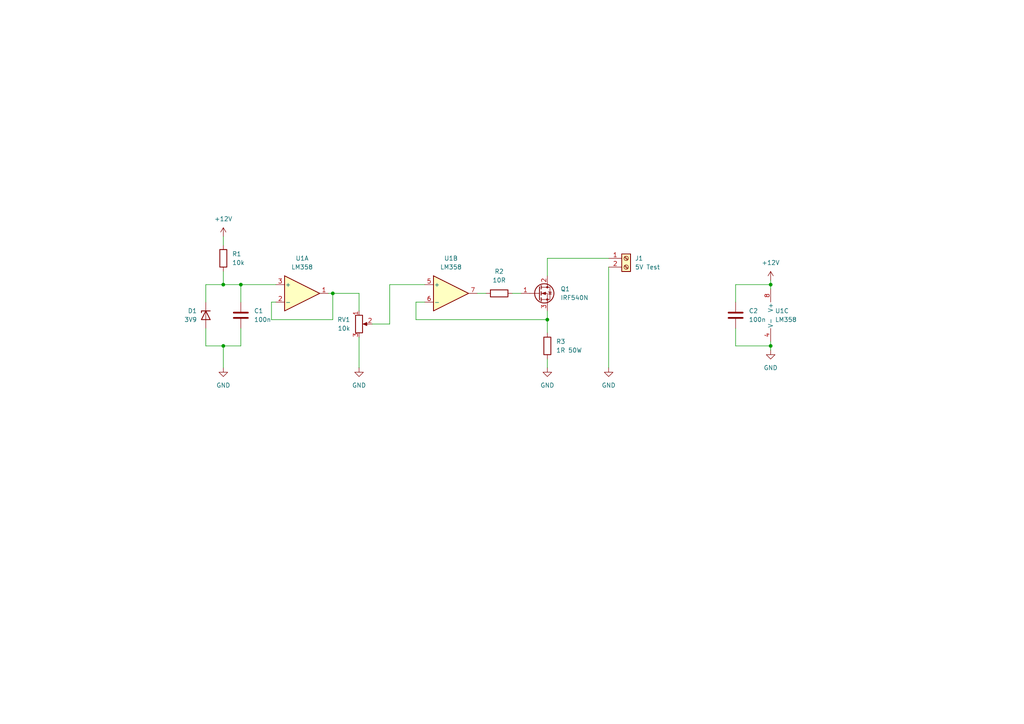
<source format=kicad_sch>
(kicad_sch (version 20231120) (generator "eeschema") (generator_version "8.0")
  (paper "A4")
  (lib_symbols
    (symbol "Amplifier_Operational:LM358" (pin_names (offset 0.127))
      (property "Reference" "U" (at 0 5.08 0))
      (property "Value" "LM358" (at 0 -5.08 0))
      (symbol "LM358_1_1"
        (polyline (pts (xy -5.08 5.08) (xy 5.08 0) (xy -5.08 -5.08) (xy -5.08 5.08)) (stroke (width 0.254)) (fill (type background)))
        (pin output line (at 7.62 0 180) (length 2.54) (name "~") (number "1"))
        (pin input line (at -7.62 -2.54 0) (length 2.54) (name "-") (number "2"))
        (pin input line (at -7.62 2.54 0) (length 2.54) (name "+") (number "3"))
      )
      (symbol "LM358_2_1"
        (polyline (pts (xy -5.08 5.08) (xy 5.08 0) (xy -5.08 -5.08) (xy -5.08 5.08)) (stroke (width 0.254)) (fill (type background)))
        (pin input line (at -7.62 2.54 0) (length 2.54) (name "+") (number "5"))
        (pin input line (at -7.62 -2.54 0) (length 2.54) (name "-") (number "6"))
        (pin output line (at 7.62 0 180) (length 2.54) (name "~") (number "7"))
      )
      (symbol "LM358_3_1"
        (pin power_in line (at -2.54 -7.62 90) (length 3.81) (name "V-") (number "4"))
        (pin power_in line (at -2.54 7.62 270) (length 3.81) (name "V+") (number "8"))
      )
    )
    (symbol "Connector:Screw_Terminal_01x02" (pin_names (offset 1.016) hide)
      (property "Reference" "J" (at 0 2.54 0))
      (property "Value" "Screw_Terminal_01x02" (at 0 -5.08 0))
      (symbol "Screw_Terminal_01x02_1_1"
        (rectangle (start -1.27 1.27) (end 1.27 -3.81) (stroke (width 0.254)) (fill (type background)))
        (circle (center 0 -2.54) (radius 0.635) (stroke (width 0.1524)))
        (polyline (pts (xy -0.5334 -2.2098) (xy 0.3302 -3.048)) (stroke (width 0.1524)))
        (polyline (pts (xy -0.5334 0.3302) (xy 0.3302 -0.508)) (stroke (width 0.1524)))
        (polyline (pts (xy -0.3556 -2.032) (xy 0.508 -2.8702)) (stroke (width 0.1524)))
        (polyline (pts (xy -0.3556 0.508) (xy 0.508 -0.3302)) (stroke (width 0.1524)))
        (circle (center 0 0) (radius 0.635) (stroke (width 0.1524)))
        (pin passive line (at -5.08 0 0) (length 3.81) (name "Pin_1") (number "1"))
        (pin passive line (at -5.08 -2.54 0) (length 3.81) (name "Pin_2") (number "2"))
      )
    )
    (symbol "Device:C" (pin_numbers hide) (pin_names (offset 0.254))
      (property "Reference" "C" (at 0.635 2.54 0))
      (property "Value" "C" (at 0.635 -2.54 0))
      (symbol "C_0_1"
        (polyline (pts (xy -2.032 -0.762) (xy 2.032 -0.762)) (stroke (width 0.508)))
        (polyline (pts (xy -2.032 0.762) (xy 2.032 0.762)) (stroke (width 0.508)))
      )
      (symbol "C_1_1"
        (pin passive line (at 0 3.81 270) (length 2.794) (name "~") (number "1"))
        (pin passive line (at 0 -3.81 90) (length 2.794) (name "~") (number "2"))
      )
    )
    (symbol "Device:D_Zener" (pin_numbers hide) (pin_names (offset 1.016) hide)
      (property "Reference" "D" (at 0 2.54 0))
      (property "Value" "D_Zener" (at 0 -2.54 0))
      (symbol "D_Zener_0_1"
        (polyline (pts (xy 1.27 0) (xy -1.27 0)))
        (polyline (pts (xy -1.27 -1.27) (xy -1.27 1.27) (xy -0.762 1.27)) (stroke (width 0.254)))
        (polyline (pts (xy 1.27 -1.27) (xy 1.27 1.27) (xy -1.27 0) (xy 1.27 -1.27)) (stroke (width 0.254)))
      )
      (symbol "D_Zener_1_1"
        (pin passive line (at -3.81 0 0) (length 2.54) (name "K") (number "1"))
        (pin passive line (at 3.81 0 180) (length 2.54) (name "A") (number "2"))
      )
    )
    (symbol "Device:R" (pin_numbers hide) (pin_names (offset 0))
      (property "Reference" "R" (at 2.032 0 90))
      (property "Value" "R" (at 0 0 90))
      (symbol "R_0_1"
        (rectangle (start -1.016 -2.54) (end 1.016 2.54) (stroke (width 0.254)))
      )
      (symbol "R_1_1"
        (pin passive line (at 0 3.81 270) (length 1.27) (name "~") (number "1"))
        (pin passive line (at 0 -3.81 90) (length 1.27) (name "~") (number "2"))
      )
    )
    (symbol "Device:R_Potentiometer" (pin_names (offset 1.016) hide)
      (property "Reference" "RV" (at -4.445 0 90))
      (property "Value" "R_Potentiometer" (at -2.54 0 90))
      (symbol "R_Potentiometer_0_1"
        (polyline (pts (xy 2.54 0) (xy 1.524 0)))
        (polyline (pts (xy 1.143 0) (xy 2.286 0.508) (xy 2.286 -0.508) (xy 1.143 0)) (fill (type outline)))
        (rectangle (start 1.016 2.54) (end -1.016 -2.54) (stroke (width 0.254)))
      )
      (symbol "R_Potentiometer_1_1"
        (pin passive line (at 0 3.81 270) (length 1.27) (name "1") (number "1"))
        (pin passive line (at 3.81 0 180) (length 1.27) (name "2") (number "2"))
        (pin passive line (at 0 -3.81 90) (length 1.27) (name "3") (number "3"))
      )
    )
    (symbol "Transistor_FET:IRF540N" (pin_names hide)
      (property "Reference" "Q" (at 5.08 1.905 0))
      (property "Value" "IRF540N" (at 5.08 0 0))
      (symbol "IRF540N_0_1"
        (polyline (pts (xy 0.254 0) (xy -2.54 0)))
        (polyline (pts (xy 0.254 1.905) (xy 0.254 -1.905)) (stroke (width 0.254)))
        (polyline (pts (xy 0.762 -1.27) (xy 0.762 -2.286)) (stroke (width 0.254)))
        (polyline (pts (xy 0.762 0.508) (xy 0.762 -0.508)) (stroke (width 0.254)))
        (polyline (pts (xy 0.762 2.286) (xy 0.762 1.27)) (stroke (width 0.254)))
        (polyline (pts (xy 2.54 2.54) (xy 2.54 1.778)))
        (polyline (pts (xy 2.54 -2.54) (xy 2.54 0) (xy 0.762 0)))
        (polyline (pts (xy 0.762 -1.778) (xy 3.302 -1.778) (xy 3.302 1.778) (xy 0.762 1.778)))
        (polyline (pts (xy 1.016 0) (xy 2.032 0.381) (xy 2.032 -0.381) (xy 1.016 0)) (fill (type outline)))
        (polyline (pts (xy 2.794 0.508) (xy 2.921 0.381) (xy 3.683 0.381) (xy 3.81 0.254)))
        (polyline (pts (xy 3.302 0.381) (xy 2.921 -0.254) (xy 3.683 -0.254) (xy 3.302 0.381)))
        (circle (center 1.651 0) (radius 2.794) (stroke (width 0.254)))
        (circle (center 2.54 -1.778) (radius 0.254) (fill (type outline)))
        (circle (center 2.54 1.778) (radius 0.254) (fill (type outline)))
      )
      (symbol "IRF540N_1_1"
        (pin input line (at -5.08 0 0) (length 2.54) (name "G") (number "1"))
        (pin passive line (at 2.54 5.08 270) (length 2.54) (name "D") (number "2"))
        (pin passive line (at 2.54 -5.08 90) (length 2.54) (name "S") (number "3"))
      )
    )
    (symbol "power:+12V" (power) (pin_numbers hide) (pin_names (offset 0) hide)
      (property "Value" "+12V" (at 0 3.556 0))
      (symbol "+12V_0_1"
        (polyline (pts (xy -0.762 1.27) (xy 0 2.54)))
        (polyline (pts (xy 0 0) (xy 0 2.54)))
        (polyline (pts (xy 0 2.54) (xy 0.762 1.27)))
      )
      (symbol "+12V_1_1"
        (pin power_in line (at 0 0 90) (length 0) (name "~") (number "1"))
      )
    )
    (symbol "power:GND" (power) (pin_numbers hide) (pin_names (offset 0) hide)
      (property "Value" "GND" (at 0 -3.81 0))
      (symbol "GND_0_1"
        (polyline (pts (xy 0 0) (xy 0 -1.27) (xy 1.27 -1.27) (xy 0 -2.54) (xy -1.27 -1.27) (xy 0 -1.27)))
      )
      (symbol "GND_1_1"
        (pin power_in line (at 0 0 270) (length 0) (name "~") (number "1"))
      )
    )
  )
  (junction (at 223.52 100.33))
  (junction (at 96.52 85.09))
  (junction (at 69.85 82.55))
  (junction (at 223.52 82.55))
  (junction (at 64.77 100.33))
  (junction (at 158.75 92.71))
  (junction (at 64.77 82.55))
  (wire (pts (xy 64.77 100.33) (xy 59.69 100.33)))
  (wire (pts (xy 213.36 82.55) (xy 223.52 82.55)))
  (wire (pts (xy 78.74 92.71) (xy 96.52 92.71)))
  (wire (pts (xy 104.14 85.09) (xy 96.52 85.09)))
  (wire (pts (xy 78.74 87.63) (xy 78.74 92.71)))
  (wire (pts (xy 223.52 100.33) (xy 223.52 101.6)))
  (wire (pts (xy 59.69 87.63) (xy 59.69 82.55)))
  (wire (pts (xy 176.53 77.47) (xy 176.53 106.68)))
  (wire (pts (xy 158.75 92.71) (xy 158.75 90.17)))
  (wire (pts (xy 64.77 82.55) (xy 69.85 82.55)))
  (wire (pts (xy 69.85 82.55) (xy 80.01 82.55)))
  (wire (pts (xy 223.52 81.28) (xy 223.52 82.55)))
  (wire (pts (xy 223.52 82.55) (xy 223.52 83.82)))
  (wire (pts (xy 69.85 95.25) (xy 69.85 100.33)))
  (wire (pts (xy 69.85 100.33) (xy 64.77 100.33)))
  (wire (pts (xy 148.59 85.09) (xy 151.13 85.09)))
  (wire (pts (xy 213.36 100.33) (xy 223.52 100.33)))
  (wire (pts (xy 64.77 106.68) (xy 64.77 100.33)))
  (wire (pts (xy 59.69 82.55) (xy 64.77 82.55)))
  (wire (pts (xy 104.14 97.79) (xy 104.14 106.68)))
  (wire (pts (xy 64.77 68.58) (xy 64.77 71.12)))
  (wire (pts (xy 104.14 90.17) (xy 104.14 85.09)))
  (wire (pts (xy 138.43 85.09) (xy 140.97 85.09)))
  (wire (pts (xy 120.65 87.63) (xy 120.65 92.71)))
  (wire (pts (xy 96.52 92.71) (xy 96.52 85.09)))
  (wire (pts (xy 213.36 95.25) (xy 213.36 100.33)))
  (wire (pts (xy 69.85 82.55) (xy 69.85 87.63)))
  (wire (pts (xy 158.75 92.71) (xy 158.75 96.52)))
  (wire (pts (xy 158.75 74.93) (xy 158.75 80.01)))
  (wire (pts (xy 213.36 87.63) (xy 213.36 82.55)))
  (wire (pts (xy 120.65 92.71) (xy 158.75 92.71)))
  (wire (pts (xy 223.52 99.06) (xy 223.52 100.33)))
  (wire (pts (xy 107.95 93.98) (xy 113.03 93.98)))
  (wire (pts (xy 59.69 100.33) (xy 59.69 95.25)))
  (wire (pts (xy 113.03 93.98) (xy 113.03 82.55)))
  (wire (pts (xy 64.77 78.74) (xy 64.77 82.55)))
  (wire (pts (xy 176.53 74.93) (xy 158.75 74.93)))
  (wire (pts (xy 80.01 87.63) (xy 78.74 87.63)))
  (wire (pts (xy 158.75 104.14) (xy 158.75 106.68)))
  (wire (pts (xy 123.19 87.63) (xy 120.65 87.63)))
  (wire (pts (xy 96.52 85.09) (xy 95.25 85.09)))
  (wire (pts (xy 113.03 82.55) (xy 123.19 82.55)))
  (symbol (lib_id "Device:D_Zener") (at 59.69 91.44 90) (mirror x) (unit 1)
    (property "Reference" "D1" (at 57.15 90.1699 90) (effects (justify left)))
    (property "Value" "3V9" (at 57.15 92.7099 90) (effects (justify left)))
    (property "Footprint" "Diode_THT:D_A-405_P10.16mm_Horizontal" (effects (hide yes)))
    (property "Description" "Zener diode" (effects (hide yes)))
  )
  (symbol (lib_id "Amplifier_Operational:LM358") (at 87.63 85.09 0) (unit 1)
    (property "Reference" "U1" (at 87.63 74.93 0))
    (property "Value" "LM358" (at 87.63 77.47 0))
    (property "Footprint" "Package_DIP:DIP-8_W7.62mm_LongPads" (effects (hide yes)))
    (property "Datasheet" "http://www.ti.com/lit/ds/symlink/lm2904-n.pdf" (effects (hide yes)))
    (property "Description" "Low-Power, Dual Operational Amplifiers, DIP-8/SOIC-8/TO-99-8" (effects (hide yes)))
  )
  (symbol (lib_id "power:+12V") (at 223.52 81.28 0) (unit 1)
    (property "Reference" "#PWR05" (effects (hide yes)))
    (property "Value" "+12V" (at 223.52 76.2 0))
    (property "Description" "Power symbol creates a global label with name \"+12V\"" (effects (hide yes)))
  )
  (symbol (lib_id "power:GND") (at 223.52 101.6 0) (unit 1)
    (property "Reference" "#PWR04" (effects (hide yes)))
    (property "Value" "GND" (at 223.52 106.68 0))
    (property "Description" "Power symbol creates a global label with name \"GND\" , ground" (effects (hide yes)))
  )
  (symbol (lib_id "Device:R") (at 64.77 74.93 0) (unit 1)
    (property "Reference" "R1" (at 67.31 73.6599 0) (effects (justify left)))
    (property "Value" "10k" (at 67.31 76.1999 0) (effects (justify left)))
    (property "Description" "Resistor" (effects (hide yes)))
  )
  (symbol (lib_id "Amplifier_Operational:LM358") (at 130.81 85.09 0) (unit 2)
    (property "Reference" "U1" (at 130.81 74.93 0))
    (property "Value" "LM358" (at 130.81 77.47 0))
    (property "Footprint" "Package_DIP:DIP-8_W7.62mm_LongPads" (effects (hide yes)))
    (property "Datasheet" "http://www.ti.com/lit/ds/symlink/lm2904-n.pdf" (effects (hide yes)))
    (property "Description" "Low-Power, Dual Operational Amplifiers, DIP-8/SOIC-8/TO-99-8" (effects (hide yes)))
  )
  (symbol (lib_id "Device:R_Potentiometer") (at 104.14 93.98 0) (unit 1)
    (property "Reference" "RV1" (at 101.6 92.7099 0) (effects (justify right)))
    (property "Value" "10k" (at 101.6 95.2499 0) (effects (justify right)))
    (property "Description" "Potentiometer" (effects (hide yes)))
  )
  (symbol (lib_id "power:GND") (at 104.14 106.68 0) (unit 1)
    (property "Reference" "#PWR02" (effects (hide yes)))
    (property "Value" "GND" (at 104.14 111.76 0))
    (property "Description" "Power symbol creates a global label with name \"GND\" , ground" (effects (hide yes)))
  )
  (symbol (lib_id "Device:R") (at 158.75 100.33 0) (unit 1)
    (property "Reference" "R3" (at 161.29 99.0599 0) (effects (justify left)))
    (property "Value" "1R 50W" (at 161.29 101.5999 0) (effects (justify left)))
    (property "Description" "Resistor" (effects (hide yes)))
  )
  (symbol (lib_id "Device:R") (at 144.78 85.09 90) (unit 1)
    (property "Reference" "R2" (at 144.78 78.74 90))
    (property "Value" "10R" (at 144.78 81.28 90))
    (property "Description" "Resistor" (effects (hide yes)))
  )
  (symbol (lib_id "power:GND") (at 176.53 106.68 0) (unit 1)
    (property "Reference" "#PWR03" (effects (hide yes)))
    (property "Value" "GND" (at 176.53 111.76 0))
    (property "Description" "Power symbol creates a global label with name \"GND\" , ground" (effects (hide yes)))
  )
  (symbol (lib_id "Amplifier_Operational:LM358") (at 226.06 91.44 0) (unit 3)
    (property "Reference" "U1" (at 224.79 90.1699 0) (effects (justify left)))
    (property "Value" "LM358" (at 224.79 92.7099 0) (effects (justify left)))
    (property "Footprint" "Package_DIP:DIP-8_W7.62mm_LongPads" (effects (hide yes)))
    (property "Datasheet" "http://www.ti.com/lit/ds/symlink/lm2904-n.pdf" (effects (hide yes)))
    (property "Description" "Low-Power, Dual Operational Amplifiers, DIP-8/SOIC-8/TO-99-8" (effects (hide yes)))
  )
  (symbol (lib_id "power:GND") (at 64.77 106.68 0) (unit 1)
    (property "Reference" "#PWR01" (effects (hide yes)))
    (property "Value" "GND" (at 64.77 111.76 0))
    (property "Description" "Power symbol creates a global label with name \"GND\" , ground" (effects (hide yes)))
  )
  (symbol (lib_id "power:GND") (at 158.75 106.68 0) (unit 1)
    (property "Reference" "#PWR06" (effects (hide yes)))
    (property "Value" "GND" (at 158.75 111.76 0))
    (property "Description" "Power symbol creates a global label with name \"GND\" , ground" (effects (hide yes)))
  )
  (symbol (lib_id "power:+12V") (at 64.77 68.58 0) (unit 1)
    (property "Reference" "#PWR07" (effects (hide yes)))
    (property "Value" "+12V" (at 64.77 63.5 0))
    (property "Description" "Power symbol creates a global label with name \"+12V\"" (effects (hide yes)))
  )
  (symbol (lib_id "Device:C") (at 213.36 91.44 0) (unit 1)
    (property "Reference" "C2" (at 217.17 90.1699 0) (effects (justify left)))
    (property "Value" "100n" (at 217.17 92.7099 0) (effects (justify left)))
    (property "Description" "Unpolarized capacitor" (effects (hide yes)))
  )
  (symbol (lib_id "Transistor_FET:IRF540N") (at 156.21 85.09 0) (unit 1)
    (property "Reference" "Q1" (at 162.56 83.8199 0) (effects (justify left)))
    (property "Value" "IRF540N" (at 162.56 86.3599 0) (effects (justify left)))
    (property "Footprint" "Package_TO_SOT_THT:TO-220-3_Vertical" (effects (hide yes)))
    (property "Datasheet" "http://www.irf.com/product-info/datasheets/data/irf540n.pdf" (effects (hide yes)))
    (property "Description" "33A Id, 100V Vds, HEXFET N-Channel MOSFET, TO-220" (effects (hide yes)))
  )
  (symbol (lib_id "Connector:Screw_Terminal_01x02") (at 181.61 74.93 0) (unit 1)
    (property "Reference" "J1" (at 184.15 74.9299 0) (effects (justify left)))
    (property "Value" "5V Test" (at 184.15 77.4699 0) (effects (justify left)))
    (property "Description" "Generic screw terminal, single row, 01x02, script generated (kicad-library-utils/schlib/autogen/connector/)" (effects (hide yes)))
  )
  (symbol (lib_id "Device:C") (at 69.85 91.44 0) (unit 1)
    (property "Reference" "C1" (at 73.66 90.1699 0) (effects (justify left)))
    (property "Value" "100n" (at 73.66 92.7099 0) (effects (justify left)))
    (property "Description" "Unpolarized capacitor" (effects (hide yes)))
  )
)
</source>
